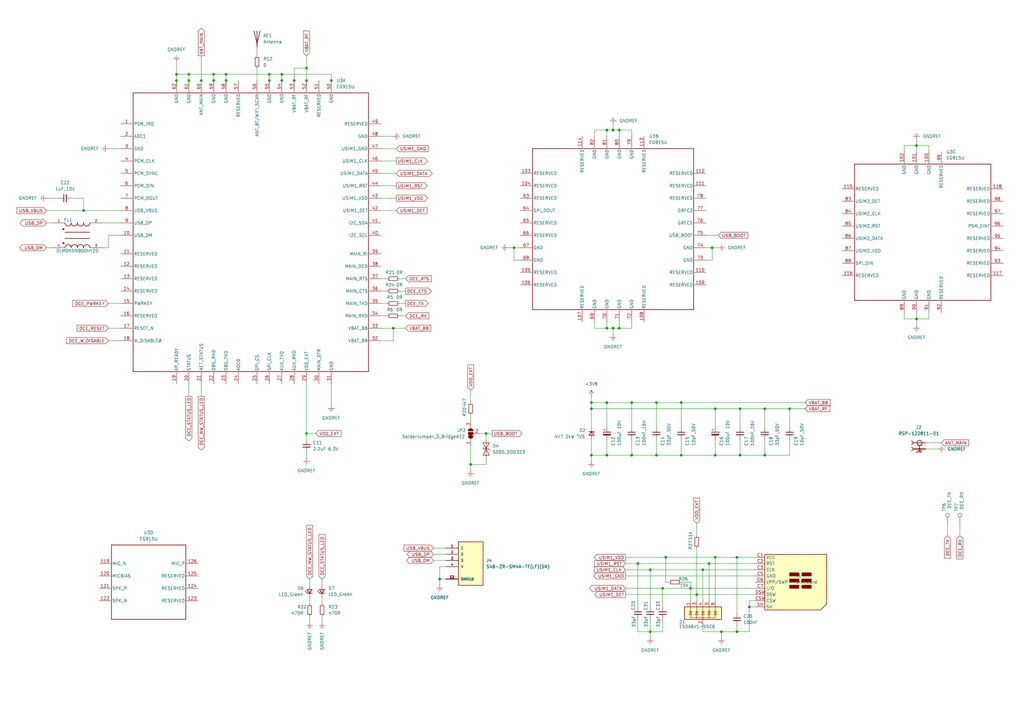
<source format=kicad_sch>
(kicad_sch (version 20211123) (generator eeschema)
  (paper "A3")
  (lib_symbols
    (symbol "Connector:JAE_SIM_Card_SF72S006"
      (property "Reference" "J" (at 5.08 12.7 0))
      (property "Value" "JAE_SIM_Card_SF72S006" (at 30.48 12.7 0))
      (symbol "JAE_SIM_Card_SF72S006_1_1"
        (pin power_in line (at 0 10.16 0) (length 3.81) (name "VCC") (number "C1"))
        (pin input line (at 0 7.62 0) (length 3.81) (name "RST") (number "C2"))
        (pin input line (at 0 5.08 0) (length 3.81) (name "CLK") (number "C3"))
        (pin power_in line (at 0 2.54 0) (length 3.81) (name "GND") (number "C5"))
        (pin bidirectional line (at 0 0 0) (length 3.81) (name "VPP/SWP") (number "C6"))
        (pin bidirectional line (at 0 -2.54 0) (length 3.81) (name "I/O") (number "C7"))
        (pin passive line (at 0 -7.62 0) (length 3.81) (name "CSW") (number "CSW"))
        (pin passive line (at 0 -5.08 0) (length 3.81) (name "DSW") (number "DSW"))
        (pin passive line (at 0 -10.16 0) (length 3.81) (name "SH") (number "SH"))
      )
    )
    (symbol "Connector:TestPoint" (pin_numbers hide) (pin_names (offset 0.762) hide)
      (property "Reference" "TP" (at 0 6.858 0))
      (property "Value" "TestPoint" (at 0 5.08 0))
      (symbol "TestPoint_1_1"
        (pin passive line (at 0 0 90) (length 2.54) (name "1") (number "1"))
      )
    )
    (symbol "DLM0NSN900HY2D:DLM0NSN900HY2D" (pin_names (offset 1.016) hide)
      (property "Reference" "FL" (at -5.08 6.35 0))
      (property "Value" "DLM0NSN900HY2D" (at -5.08 -6.35 0))
      (symbol "DLM0NSN900HY2D_0_0"
        (pin passive line (at -10.16 5.08 0) (length 5.08) (name "~") (number "1"))
        (pin passive line (at 10.16 5.08 180) (length 5.08) (name "~") (number "2"))
        (pin passive line (at 10.16 -5.08 180) (length 5.08) (name "~") (number "3"))
        (pin passive line (at -10.16 -5.08 0) (length 5.08) (name "~") (number "4"))
      )
    )
    (symbol "Device:Antenna" (pin_numbers hide) (pin_names (offset 1.016) hide)
      (property "Reference" "AE" (at -1.905 1.905 0))
      (property "Value" "Antenna" (at -1.905 0 0))
      (symbol "Antenna_1_1"
        (pin input line (at 0 -5.08 90) (length 2.54) (name "A") (number "1"))
      )
    )
    (symbol "Device:C_Polarized_Small" (pin_numbers hide) (pin_names (offset 0.254) hide)
      (property "Reference" "C" (at 0.254 1.778 0))
      (property "Value" "C_Polarized_Small" (at 0.254 -2.032 0))
      (symbol "C_Polarized_Small_1_1"
        (pin passive line (at 0 2.54 270) (length 1.8542) (name "~") (number "1"))
        (pin passive line (at 0 -2.54 90) (length 1.8542) (name "~") (number "2"))
      )
    )
    (symbol "Device:C_Small" (pin_numbers hide) (pin_names (offset 0.254) hide)
      (property "Reference" "C" (at 0.254 1.778 0))
      (property "Value" "C_Small" (at 0.254 -2.032 0))
      (symbol "C_Small_1_1"
        (pin passive line (at 0 2.54 270) (length 2.032) (name "~") (number "1"))
        (pin passive line (at 0 -2.54 90) (length 2.032) (name "~") (number "2"))
      )
    )
    (symbol "Device:D_Zener_Small" (pin_numbers hide) (pin_names (offset 0.254) hide)
      (property "Reference" "D" (at 0 2.286 0))
      (property "Value" "D_Zener_Small" (at 0 -2.286 0))
      (symbol "D_Zener_Small_1_1"
        (pin passive line (at -2.54 0 0) (length 1.778) (name "K") (number "1"))
        (pin passive line (at 2.54 0 180) (length 1.778) (name "A") (number "2"))
      )
    )
    (symbol "Device:LED_Small" (pin_numbers hide) (pin_names (offset 0.254) hide)
      (property "Reference" "D" (at -1.27 3.175 0))
      (property "Value" "LED_Small" (at -4.445 -2.54 0))
      (symbol "LED_Small_1_1"
        (pin passive line (at -2.54 0 0) (length 1.778) (name "K") (number "1"))
        (pin passive line (at 2.54 0 180) (length 1.778) (name "A") (number "2"))
      )
    )
    (symbol "Device:R_Small" (pin_numbers hide) (pin_names (offset 0.254) hide)
      (property "Reference" "R" (at 0.762 0.508 0))
      (property "Value" "R_Small" (at 0.762 -1.016 0))
      (symbol "R_Small_1_1"
        (pin passive line (at 0 2.54 270) (length 0.762) (name "~") (number "1"))
        (pin passive line (at 0 -2.54 90) (length 0.762) (name "~") (number "2"))
      )
    )
    (symbol "Diode:SD05_SOD323" (pin_numbers hide) (pin_names (offset 1.016) hide)
      (property "Reference" "D" (at 0 2.54 0))
      (property "Value" "SD05_SOD323" (at 0 -2.54 0))
      (symbol "SD05_SOD323_1_1"
        (pin passive line (at -3.81 0 0) (length 2.54) (name "A1") (number "1"))
        (pin passive line (at 3.81 0 180) (length 2.54) (name "A2") (number "2"))
      )
    )
    (symbol "Jumper:SolderJumper_3_Bridged12" (pin_names (offset 0) hide)
      (property "Reference" "JP" (at -2.54 -2.54 0))
      (property "Value" "SolderJumper_3_Bridged12" (at 0 2.794 0))
      (symbol "SolderJumper_3_Bridged12_1_1"
        (pin passive line (at -5.08 0 0) (length 2.54) (name "A") (number "1"))
        (pin passive line (at 0 -3.81 90) (length 2.54) (name "C") (number "2"))
        (pin passive line (at 5.08 0 180) (length 2.54) (name "B") (number "3"))
      )
    )
    (symbol "Power_Protection:ESDA6V1-5SC6" (pin_names hide)
      (property "Reference" "D" (at -5.08 -3.81 0))
      (property "Value" "ESDA6V1-5SC6" (at 2.54 -3.81 0))
      (symbol "ESDA6V1-5SC6_0_0"
        (pin passive line (at 0 -5.08 90) (length 2.54) (name "GND") (number "2"))
      )
      (symbol "ESDA6V1-5SC6_1_1"
        (pin passive line (at -5.08 5.08 270) (length 2.54) (name "IO1") (number "1"))
        (pin passive line (at -2.54 5.08 270) (length 2.54) (name "IO2") (number "3"))
        (pin passive line (at 0 5.08 270) (length 2.54) (name "IO3") (number "4"))
        (pin passive line (at 2.54 5.08 270) (length 2.54) (name "IO4") (number "5"))
        (pin passive line (at 5.08 5.08 270) (length 2.54) (name "IO5") (number "6"))
      )
    )
    (symbol "S4B-ZR-SM4A-TF_LF__SN_:S4B-ZR-SM4A-TF(LF)(SN)" (pin_names (offset 1.016))
      (property "Reference" "J" (at -5.08 10.8204 0))
      (property "Value" "S4B-ZR-SM4A-TF(LF)(SN)" (at -5.08 -10.1854 0))
      (symbol "S4B-ZR-SM4A-TF(LF)(SN)_0_0"
        (pin passive line (at -10.16 7.62 0) (length 5.08) (name "1") (number "1"))
        (pin passive line (at -10.16 5.08 0) (length 5.08) (name "2") (number "2"))
        (pin passive line (at -10.16 2.54 0) (length 5.08) (name "3") (number "3"))
        (pin passive line (at -10.16 0 0) (length 5.08) (name "4") (number "4"))
        (pin passive line (at -10.16 -5.08 0) (length 5.08) (name "SHIELD") (number "S1"))
        (pin passive line (at -10.16 -5.08 0) (length 5.08) (name "SHIELD") (number "S2"))
      )
    )
    (symbol "Samtec:RSP-122811-01" (pin_numbers hide) (pin_names (offset 1.016) hide)
      (property "Reference" "J" (at -3.81 4.064 0))
      (property "Value" "RSP-122811-01" (at -4.064 -4.318 0))
      (symbol "RSP-122811-01_0_0"
        (pin passive line (at 2.54 2.54 180) (length 5.08) (name "~") (number "1"))
        (pin passive line (at 2.54 0 180) (length 5.08) (name "~") (number "G1"))
        (pin passive line (at 2.54 0 180) (length 5.08) (name "~") (number "G2"))
      )
    )
    (symbol "common-mainboard-altium-import:0_EG915U"
      (property "Value" "0_EG915U" (at 0 0 0))
      (symbol "0_EG915U_1_0"
        (pin passive line (at -53.34 43.18 0) (length 4.826) (name "PSM_IND") (number "1"))
        (pin passive line (at -53.34 -2.54 0) (length 4.826) (name "USB_DM") (number "10"))
        (pin passive line (at -53.34 -10.16 0) (length 4.826) (name "RESERVED") (number "11"))
        (pin passive line (at -53.34 -15.24 0) (length 4.826) (name "RESERVED") (number "12"))
        (pin passive line (at -53.34 -20.32 0) (length 4.826) (name "RESERVED") (number "13"))
        (pin passive line (at -53.34 -25.4 0) (length 4.826) (name "RESERVED") (number "14"))
        (pin passive line (at -53.34 -30.48 0) (length 4.826) (name "PWRKEY") (number "15"))
        (pin passive line (at -53.34 -35.56 0) (length 4.826) (name "RESERVED") (number "16"))
        (pin passive line (at -53.34 -40.64 0) (length 4.826) (name "RESET_N") (number "17"))
        (pin passive line (at -53.34 -45.72 0) (length 4.826) (name "W_DISABLE#") (number "18"))
        (pin passive line (at -30.48 -63.5 90) (length 4.826) (name "AP_READY") (number "19"))
        (pin passive line (at -53.34 38.1 0) (length 4.826) (name "ADC1") (number "2"))
        (pin passive line (at -25.4 -63.5 90) (length 4.826) (name "STATUS") (number "20"))
        (pin passive line (at -20.32 -63.5 90) (length 4.826) (name "NET_STATUS") (number "21"))
        (pin passive line (at -15.24 -63.5 90) (length 4.826) (name "DBG_RXD") (number "22"))
        (pin passive line (at -10.16 -63.5 90) (length 4.826) (name "DBG_TXD") (number "23"))
        (pin passive line (at -5.08 -63.5 90) (length 4.826) (name "ADC0") (number "24"))
        (pin passive line (at 2.54 -63.5 90) (length 4.826) (name "SPI_CS") (number "25"))
        (pin passive line (at 7.62 -63.5 90) (length 4.826) (name "SPI_CLK") (number "26"))
        (pin passive line (at 12.7 -63.5 90) (length 4.826) (name "AUX_TXD") (number "27"))
        (pin passive line (at 17.78 -63.5 90) (length 4.826) (name "AUX_RXD") (number "28"))
        (pin passive line (at 22.86 -63.5 90) (length 4.826) (name "VDD_EXT") (number "29"))
        (pin passive line (at -53.34 33.02 0) (length 4.826) (name "GND") (number "3"))
        (pin passive line (at 27.94 -63.5 90) (length 4.826) (name "MAIN_DTR") (number "30"))
        (pin passive line (at 33.02 -63.5 90) (length 4.826) (name "GND") (number "31"))
        (pin passive line (at 53.34 -45.72 180) (length 4.826) (name "VBAT_BB") (number "32"))
        (pin passive line (at 53.34 -40.64 180) (length 4.826) (name "VBAT_BB") (number "33"))
        (pin passive line (at 53.34 -35.56 180) (length 4.826) (name "MAIN_RXD") (number "34"))
        (pin passive line (at 53.34 -30.48 180) (length 4.826) (name "MAIN_TXD") (number "35"))
        (pin passive line (at 53.34 -25.4 180) (length 4.826) (name "MAIN_CTS") (number "36"))
        (pin passive line (at 53.34 -20.32 180) (length 4.826) (name "MAIN_RTS") (number "37"))
        (pin passive line (at 53.34 -15.24 180) (length 4.826) (name "MAIN_DCD") (number "38"))
        (pin passive line (at 53.34 -10.16 180) (length 4.826) (name "MAIN_RI") (number "39"))
        (pin passive line (at -53.34 27.94 0) (length 4.826) (name "PCM_CLK") (number "4"))
        (pin passive line (at 53.34 -2.54 180) (length 4.826) (name "I2C_SCL") (number "40"))
        (pin passive line (at 53.34 2.54 180) (length 4.826) (name "I2C_SDA") (number "41"))
        (pin passive line (at 53.34 7.62 180) (length 4.826) (name "USIM1_DET") (number "42"))
        (pin passive line (at 53.34 12.7 180) (length 4.826) (name "USIM1_VDD") (number "43"))
        (pin passive line (at 53.34 17.78 180) (length 4.826) (name "USIM1_RST") (number "44"))
        (pin passive line (at 53.34 22.86 180) (length 4.826) (name "USIM1_DATA") (number "45"))
        (pin passive line (at 53.34 27.94 180) (length 4.826) (name "USIM1_CLK") (number "46"))
        (pin passive line (at 53.34 33.02 180) (length 4.826) (name "USIM1_GND") (number "47"))
        (pin passive line (at 53.34 38.1 180) (length 4.826) (name "GND") (number "48"))
        (pin passive line (at 53.34 43.18 180) (length 4.826) (name "RESERVED") (number "49"))
        (pin passive line (at -53.34 22.86 0) (length 4.826) (name "PCM_SYNC") (number "5"))
        (pin passive line (at 33.02 60.96 270) (length 4.826) (name "GND") (number "50"))
        (pin passive line (at 27.94 60.96 270) (length 4.826) (name "RESERVED") (number "51"))
        (pin passive line (at 22.86 60.96 270) (length 4.826) (name "VBAT_RF") (number "52"))
        (pin passive line (at 17.78 60.96 270) (length 4.826) (name "VBAT_RF") (number "53"))
        (pin passive line (at 12.7 60.96 270) (length 4.826) (name "GND") (number "54"))
        (pin passive line (at 7.62 60.96 270) (length 4.826) (name "GND") (number "55"))
        (pin passive line (at 2.54 60.96 270) (length 4.826) (name "ANT_BT/WIFI_SCAN") (number "56"))
        (pin passive line (at -5.08 60.96 270) (length 4.826) (name "RESERVED") (number "57"))
        (pin passive line (at -10.16 60.96 270) (length 4.826) (name "GND") (number "58"))
        (pin passive line (at -15.24 60.96 270) (length 4.826) (name "GND") (number "59"))
        (pin passive line (at -53.34 17.78 0) (length 4.826) (name "PCM_DIN") (number "6"))
        (pin passive line (at -20.32 60.96 270) (length 4.826) (name "ANT_MAIN") (number "60"))
        (pin passive line (at -25.4 60.96 270) (length 4.826) (name "GND") (number "61"))
        (pin passive line (at -30.48 60.96 270) (length 4.826) (name "GND") (number "62"))
        (pin passive line (at -53.34 12.7 0) (length 4.826) (name "PCM_DOUT") (number "7"))
        (pin passive line (at -53.34 7.62 0) (length 4.826) (name "USB_VBUS") (number "8"))
        (pin passive line (at -53.34 2.54 0) (length 4.826) (name "USB_DP") (number "9"))
      )
      (symbol "0_EG915U_2_0"
        (pin passive line (at -38.1 22.86 0) (length 4.826) (name "RESERVED") (number "103"))
        (pin passive line (at -38.1 17.78 0) (length 4.826) (name "RESERVED") (number "104"))
        (pin passive line (at -38.1 -17.78 0) (length 4.826) (name "RESERVED") (number "105"))
        (pin passive line (at -38.1 -22.86 0) (length 4.826) (name "RESERVED") (number "106"))
        (pin passive line (at -12.7 -38.1 90) (length 4.826) (name "RESERVED") (number "107"))
        (pin passive line (at 12.7 -38.1 90) (length 4.826) (name "RESERVED") (number "108"))
        (pin passive line (at 38.1 -22.86 180) (length 4.826) (name "RESERVED") (number "109"))
        (pin passive line (at 38.1 -17.78 180) (length 4.826) (name "RESERVED") (number "110"))
        (pin passive line (at 38.1 17.78 180) (length 4.826) (name "RESERVED") (number "111"))
        (pin passive line (at 38.1 22.86 180) (length 4.826) (name "RESERVED") (number "112"))
        (pin passive line (at 12.7 38.1 270) (length 4.826) (name "RESERVED") (number "113"))
        (pin passive line (at -12.7 38.1 270) (length 4.826) (name "RESERVED") (number "114"))
        (pin passive line (at -38.1 12.7 0) (length 4.826) (name "RESERVED") (number "63"))
        (pin passive line (at -38.1 7.62 0) (length 4.826) (name "SPI_DOUT") (number "64"))
        (pin passive line (at -38.1 2.54 0) (length 4.826) (name "RESERVED") (number "65"))
        (pin passive line (at -38.1 -2.54 0) (length 4.826) (name "RESERVED") (number "66"))
        (pin passive line (at -38.1 -7.62 0) (length 4.826) (name "GND") (number "67"))
        (pin passive line (at -38.1 -12.7 0) (length 4.826) (name "GND") (number "68"))
        (pin passive line (at -7.62 -38.1 90) (length 4.826) (name "GND") (number "69"))
        (pin passive line (at -2.54 -38.1 90) (length 4.826) (name "GND") (number "70"))
        (pin passive line (at 2.54 -38.1 90) (length 4.826) (name "GND") (number "71"))
        (pin passive line (at 7.62 -38.1 90) (length 4.826) (name "GND") (number "72"))
        (pin passive line (at 38.1 -12.7 180) (length 4.826) (name "GND") (number "73"))
        (pin passive line (at 38.1 -7.62 180) (length 4.826) (name "GND") (number "74"))
        (pin passive line (at 38.1 -2.54 180) (length 4.826) (name "USB_BOOT") (number "75"))
        (pin passive line (at 38.1 2.54 180) (length 4.826) (name "GRFC1") (number "76"))
        (pin passive line (at 38.1 7.62 180) (length 4.826) (name "GRFC2") (number "77"))
        (pin passive line (at 38.1 12.7 180) (length 4.826) (name "RESERVED") (number "78"))
        (pin passive line (at 7.62 38.1 270) (length 4.826) (name "GND") (number "79"))
        (pin passive line (at 2.54 38.1 270) (length 4.826) (name "GND") (number "80"))
        (pin passive line (at -2.54 38.1 270) (length 4.826) (name "GND") (number "81"))
        (pin passive line (at -7.62 38.1 270) (length 4.826) (name "GND") (number "82"))
      )
      (symbol "0_EG915U_3_0"
        (pin passive line (at 2.54 33.02 270) (length 4.826) (name "GND") (number "100"))
        (pin passive line (at -2.54 33.02 270) (length 4.826) (name "GND") (number "101"))
        (pin passive line (at -7.62 33.02 270) (length 4.826) (name "GND") (number "102"))
        (pin passive line (at -33.02 17.78 0) (length 4.826) (name "RESERVED") (number "115"))
        (pin passive line (at -33.02 -17.78 0) (length 4.826) (name "RESERVED") (number "116"))
        (pin passive line (at 33.02 -17.78 180) (length 4.826) (name "RESERVED") (number "117"))
        (pin passive line (at 33.02 17.78 180) (length 4.826) (name "RESERVED") (number "118"))
        (pin passive line (at -33.02 12.7 0) (length 4.826) (name "USIM2_DET") (number "83"))
        (pin passive line (at -33.02 7.62 0) (length 4.826) (name "USIM2_CLK") (number "84"))
        (pin passive line (at -33.02 2.54 0) (length 4.826) (name "USIM2_RST") (number "85"))
        (pin passive line (at -33.02 -2.54 0) (length 4.826) (name "USIM2_DATA") (number "86"))
        (pin passive line (at -33.02 -7.62 0) (length 4.826) (name "USIM2_VDD") (number "87"))
        (pin passive line (at -33.02 -12.7 0) (length 4.826) (name "SPI_DIN") (number "88"))
        (pin passive line (at -7.62 -33.02 90) (length 4.826) (name "GND") (number "89"))
        (pin passive line (at -2.54 -33.02 90) (length 4.826) (name "GND") (number "90"))
        (pin passive line (at 2.54 -33.02 90) (length 4.826) (name "GND") (number "91"))
        (pin passive line (at 7.62 -33.02 90) (length 4.826) (name "RESERVED") (number "92"))
        (pin passive line (at 33.02 -12.7 180) (length 4.826) (name "RESERVED") (number "93"))
        (pin passive line (at 33.02 -7.62 180) (length 4.826) (name "RESERVED") (number "94"))
        (pin passive line (at 33.02 -2.54 180) (length 4.826) (name "RESERVED") (number "95"))
        (pin passive line (at 33.02 2.54 180) (length 4.826) (name "PSM_EINT") (number "96"))
        (pin passive line (at 33.02 7.62 180) (length 4.826) (name "RESERVED") (number "97"))
        (pin passive line (at 33.02 12.7 180) (length 4.826) (name "RESERVED") (number "98"))
        (pin passive line (at 7.62 33.02 270) (length 4.826) (name "RESERVED") (number "99"))
      )
      (symbol "0_EG915U_4_0"
        (pin passive line (at -20.32 7.62 0) (length 4.826) (name "MIC_N") (number "119"))
        (pin passive line (at -20.32 2.54 0) (length 4.826) (name "MICBIAS") (number "120"))
        (pin passive line (at -20.32 -2.54 0) (length 4.826) (name "SPK_P") (number "121"))
        (pin passive line (at -20.32 -7.62 0) (length 4.826) (name "SPK_N") (number "122"))
        (pin passive line (at 20.32 -7.62 180) (length 4.826) (name "RESERVED") (number "123"))
        (pin passive line (at 20.32 -2.54 180) (length 4.826) (name "RESERVED") (number "124"))
        (pin passive line (at 20.32 2.54 180) (length 4.826) (name "RESERVED") (number "125"))
        (pin passive line (at 20.32 7.62 180) (length 4.826) (name "MIC_P") (number "126"))
      )
    )
    (symbol "power:+3V8" (power) (pin_names (offset 0))
      (property "Value" "+3V8" (at 0 3.556 0))
      (symbol "+3V8_1_1"
        (pin power_in line (at 0 0 90) (length 0) hide (name "+3V8") (number "1"))
      )
    )
    (symbol "power:GNDREF" (power) (pin_names (offset 0))
      (property "Value" "GNDREF" (at 0 -3.81 0))
      (symbol "GNDREF_1_1"
        (pin power_in line (at 0 0 270) (length 0) hide (name "GNDREF") (number "1"))
      )
    )
  )
  (junction (at 279.4 186.69))
  (junction (at 72.39 30.48))
  (junction (at 251.46 53.34))
  (junction (at 303.53 167.64))
  (junction (at 313.69 186.69))
  (junction (at 271.78 241.3))
  (junction (at 269.24 186.69))
  (junction (at 77.47 33.02))
  (junction (at 87.63 30.48))
  (junction (at 293.37 228.6))
  (junction (at 242.57 167.64))
  (junction (at 254 134.62))
  (junction (at 110.49 30.48))
  (junction (at 292.1 101.6))
  (junction (at 302.26 259.08))
  (junction (at 269.24 165.1))
  (junction (at 110.49 33.02))
  (junction (at 273.05 228.6))
  (junction (at 293.37 167.64))
  (junction (at 115.57 33.02))
  (junction (at 125.73 177.8))
  (junction (at 193.04 190.5))
  (junction (at 82.55 33.02))
  (junction (at 266.7 259.08))
  (junction (at 248.92 134.62))
  (junction (at 254 53.34))
  (junction (at 259.08 165.1))
  (junction (at 259.08 186.69))
  (junction (at 375.92 59.69))
  (junction (at 290.83 231.14))
  (junction (at 303.53 186.69))
  (junction (at 302.26 228.6))
  (junction (at 261.62 231.14))
  (junction (at 180.34 237.49))
  (junction (at 307.34 248.92))
  (junction (at 72.39 33.02))
  (junction (at 120.65 33.02))
  (junction (at 288.29 233.68))
  (junction (at 125.73 33.02))
  (junction (at 251.46 134.62))
  (junction (at 285.75 243.84))
  (junction (at 279.4 165.1))
  (junction (at 283.21 241.3))
  (junction (at 313.69 167.64))
  (junction (at 323.85 167.64))
  (junction (at 92.71 33.02))
  (junction (at 161.29 134.62))
  (junction (at 293.37 186.69))
  (junction (at 242.57 165.1))
  (junction (at 266.7 233.68))
  (junction (at 295.91 259.08))
  (junction (at 34.29 86.36))
  (junction (at 248.92 165.1))
  (junction (at 92.71 30.48))
  (junction (at 375.92 130.81))
  (junction (at 210.82 101.6))
  (junction (at 77.47 30.48))
  (junction (at 242.57 186.69))
  (junction (at 125.73 27.94))
  (junction (at 115.57 30.48))
  (junction (at 248.92 53.34))
  (junction (at 248.92 186.69))
  (junction (at 87.63 33.02))
  (junction (at 199.39 177.8))
  (junction (at 135.89 33.02))
  (wire (pts (xy 269.24 180.34) (xy 269.24 186.69)))
  (wire (pts (xy 125.73 177.8) (xy 129.54 177.8)))
  (wire (pts (xy 293.37 180.34) (xy 293.37 186.69)))
  (wire (pts (xy 242.57 180.34) (xy 242.57 186.69)))
  (wire (pts (xy 135.89 33.02) (xy 135.89 30.48)))
  (wire (pts (xy 248.92 180.34) (xy 248.92 186.69)))
  (wire (pts (xy 199.39 187.96) (xy 199.39 190.5)))
  (wire (pts (xy 127 252.73) (xy 127 255.27)))
  (wire (pts (xy 242.57 167.64) (xy 242.57 175.26)))
  (wire (pts (xy 19.05 91.44) (xy 21.59 91.44)))
  (wire (pts (xy 156.21 55.88) (xy 161.29 55.88)))
  (wire (pts (xy 279.4 186.69) (xy 293.37 186.69)))
  (wire (pts (xy 132.08 237.49) (xy 132.08 240.03)))
  (wire (pts (xy 115.57 35.56) (xy 115.57 33.02)))
  (wire (pts (xy 199.39 177.8) (xy 199.39 180.34)))
  (wire (pts (xy 163.83 129.54) (xy 166.37 129.54)))
  (wire (pts (xy 125.73 185.42) (xy 125.73 187.96)))
  (wire (pts (xy 303.53 167.64) (xy 303.53 175.26)))
  (wire (pts (xy 259.08 165.1) (xy 269.24 165.1)))
  (wire (pts (xy 242.57 186.69) (xy 242.57 189.23)))
  (wire (pts (xy 248.92 132.08) (xy 248.92 134.62)))
  (wire (pts (xy 283.21 241.3) (xy 283.21 246.38)))
  (wire (pts (xy 273.05 228.6) (xy 293.37 228.6)))
  (wire (pts (xy 132.08 245.11) (xy 132.08 247.65)))
  (wire (pts (xy 266.7 254) (xy 266.7 259.08)))
  (wire (pts (xy 92.71 35.56) (xy 92.71 33.02)))
  (wire (pts (xy 302.26 228.6) (xy 302.26 251.46)))
  (wire (pts (xy 370.84 128.27) (xy 370.84 130.81)))
  (wire (pts (xy 302.26 256.54) (xy 302.26 259.08)))
  (wire (pts (xy 370.84 130.81) (xy 375.92 130.81)))
  (wire (pts (xy 77.47 30.48) (xy 77.47 33.02)))
  (wire (pts (xy 34.29 86.36) (xy 49.53 86.36)))
  (wire (pts (xy 256.54 241.3) (xy 271.78 241.3)))
  (wire (pts (xy 256.54 243.84) (xy 285.75 243.84)))
  (wire (pts (xy 208.28 101.6) (xy 210.82 101.6)))
  (wire (pts (xy 388.62 214.63) (xy 388.62 219.71)))
  (wire (pts (xy 323.85 180.34) (xy 323.85 186.69)))
  (wire (pts (xy 303.53 180.34) (xy 303.53 186.69)))
  (wire (pts (xy 243.84 55.88) (xy 243.84 53.34)))
  (wire (pts (xy 279.4 165.1) (xy 279.4 175.26)))
  (wire (pts (xy 261.62 259.08) (xy 266.7 259.08)))
  (wire (pts (xy 87.63 30.48) (xy 87.63 33.02)))
  (wire (pts (xy 44.45 96.52) (xy 44.45 101.6)))
  (wire (pts (xy 259.08 186.69) (xy 269.24 186.69)))
  (wire (pts (xy 177.8 229.87) (xy 182.88 229.87)))
  (wire (pts (xy 243.84 132.08) (xy 243.84 134.62)))
  (wire (pts (xy 293.37 167.64) (xy 293.37 175.26)))
  (wire (pts (xy 269.24 165.1) (xy 279.4 165.1)))
  (wire (pts (xy 289.56 101.6) (xy 292.1 101.6)))
  (wire (pts (xy 243.84 53.34) (xy 248.92 53.34)))
  (wire (pts (xy 120.65 27.94) (xy 125.73 27.94)))
  (wire (pts (xy 242.57 162.56) (xy 242.57 165.1)))
  (wire (pts (xy 292.1 106.68) (xy 292.1 101.6)))
  (wire (pts (xy 163.83 114.3) (xy 166.37 114.3)))
  (wire (pts (xy 303.53 186.69) (xy 313.69 186.69)))
  (wire (pts (xy 266.7 259.08) (xy 271.78 259.08)))
  (wire (pts (xy 293.37 228.6) (xy 302.26 228.6)))
  (wire (pts (xy 156.21 76.2) (xy 162.56 76.2)))
  (wire (pts (xy 269.24 186.69) (xy 279.4 186.69)))
  (wire (pts (xy 290.83 231.14) (xy 309.88 231.14)))
  (wire (pts (xy 288.29 256.54) (xy 288.29 259.08)))
  (wire (pts (xy 92.71 30.48) (xy 92.71 33.02)))
  (wire (pts (xy 180.34 237.49) (xy 180.34 240.03)))
  (wire (pts (xy 313.69 186.69) (xy 323.85 186.69)))
  (wire (pts (xy 41.91 91.44) (xy 49.53 91.44)))
  (wire (pts (xy 72.39 30.48) (xy 72.39 33.02)))
  (wire (pts (xy 156.21 60.96) (xy 162.56 60.96)))
  (wire (pts (xy 381 62.23) (xy 381 59.69)))
  (wire (pts (xy 302.26 228.6) (xy 309.88 228.6)))
  (wire (pts (xy 87.63 35.56) (xy 87.63 33.02)))
  (wire (pts (xy 161.29 134.62) (xy 166.37 134.62)))
  (wire (pts (xy 156.21 129.54) (xy 158.75 129.54)))
  (wire (pts (xy 156.21 124.46) (xy 158.75 124.46)))
  (wire (pts (xy 44.45 60.96) (xy 49.53 60.96)))
  (wire (pts (xy 77.47 157.48) (xy 77.47 162.56)))
  (wire (pts (xy 279.4 238.76) (xy 283.21 238.76)))
  (wire (pts (xy 261.62 254) (xy 261.62 259.08)))
  (wire (pts (xy 193.04 160.02) (xy 193.04 165.1)))
  (wire (pts (xy 193.04 182.88) (xy 193.04 190.5)))
  (wire (pts (xy 248.92 165.1) (xy 248.92 175.26)))
  (wire (pts (xy 259.08 180.34) (xy 259.08 186.69)))
  (wire (pts (xy 288.29 233.68) (xy 309.88 233.68)))
  (wire (pts (xy 125.73 27.94) (xy 125.73 33.02)))
  (wire (pts (xy 72.39 35.56) (xy 72.39 33.02)))
  (wire (pts (xy 271.78 241.3) (xy 283.21 241.3)))
  (wire (pts (xy 125.73 177.8) (xy 125.73 180.34)))
  (wire (pts (xy 120.65 33.02) (xy 120.65 27.94)))
  (wire (pts (xy 248.92 165.1) (xy 259.08 165.1)))
  (wire (pts (xy 125.73 22.86) (xy 125.73 27.94)))
  (wire (pts (xy 259.08 134.62) (xy 259.08 132.08)))
  (wire (pts (xy 370.84 59.69) (xy 370.84 62.23)))
  (wire (pts (xy 177.8 227.33) (xy 182.88 227.33)))
  (wire (pts (xy 375.92 130.81) (xy 375.92 133.35)))
  (wire (pts (xy 307.34 248.92) (xy 307.34 259.08)))
  (wire (pts (xy 295.91 259.08) (xy 295.91 261.62)))
  (wire (pts (xy 44.45 139.7) (xy 49.53 139.7)))
  (wire (pts (xy 289.56 106.68) (xy 292.1 106.68)))
  (wire (pts (xy 135.89 35.56) (xy 135.89 33.02)))
  (wire (pts (xy 44.45 134.62) (xy 49.53 134.62)))
  (wire (pts (xy 193.04 170.18) (xy 193.04 172.72)))
  (wire (pts (xy 19.05 86.36) (xy 34.29 86.36)))
  (wire (pts (xy 254 53.34) (xy 259.08 53.34)))
  (wire (pts (xy 288.29 259.08) (xy 295.91 259.08)))
  (wire (pts (xy 210.82 101.6) (xy 213.36 101.6)))
  (wire (pts (xy 77.47 35.56) (xy 77.47 33.02)))
  (wire (pts (xy 261.62 231.14) (xy 261.62 248.92)))
  (wire (pts (xy 115.57 30.48) (xy 135.89 30.48)))
  (wire (pts (xy 115.57 30.48) (xy 115.57 33.02)))
  (wire (pts (xy 19.05 81.28) (xy 24.13 81.28)))
  (wire (pts (xy 163.83 124.46) (xy 166.37 124.46)))
  (wire (pts (xy 105.41 27.94) (xy 105.41 33.02)))
  (wire (pts (xy 127 245.11) (xy 127 247.65)))
  (wire (pts (xy 279.4 180.34) (xy 279.4 186.69)))
  (wire (pts (xy 256.54 236.22) (xy 309.88 236.22)))
  (wire (pts (xy 92.71 30.48) (xy 110.49 30.48)))
  (wire (pts (xy 323.85 167.64) (xy 330.2 167.64)))
  (wire (pts (xy 293.37 228.6) (xy 293.37 246.38)))
  (wire (pts (xy 251.46 134.62) (xy 251.46 137.16)))
  (wire (pts (xy 125.73 35.56) (xy 125.73 33.02)))
  (wire (pts (xy 248.92 134.62) (xy 251.46 134.62)))
  (wire (pts (xy 110.49 30.48) (xy 110.49 33.02)))
  (wire (pts (xy 110.49 30.48) (xy 115.57 30.48)))
  (wire (pts (xy 156.21 66.04) (xy 162.56 66.04)))
  (wire (pts (xy 379.73 184.15) (xy 384.81 184.15)))
  (wire (pts (xy 271.78 254) (xy 271.78 259.08)))
  (wire (pts (xy 77.47 30.48) (xy 87.63 30.48)))
  (wire (pts (xy 375.92 59.69) (xy 375.92 62.23)))
  (wire (pts (xy 72.39 25.4) (xy 72.39 30.48)))
  (wire (pts (xy 323.85 167.64) (xy 323.85 175.26)))
  (wire (pts (xy 210.82 101.6) (xy 210.82 106.68)))
  (wire (pts (xy 82.55 157.48) (xy 82.55 162.56)))
  (wire (pts (xy 313.69 167.64) (xy 323.85 167.64)))
  (wire (pts (xy 293.37 186.69) (xy 303.53 186.69)))
  (wire (pts (xy 302.26 259.08) (xy 307.34 259.08)))
  (wire (pts (xy 156.21 71.12) (xy 162.56 71.12)))
  (wire (pts (xy 243.84 134.62) (xy 248.92 134.62)))
  (wire (pts (xy 302.26 259.08) (xy 295.91 259.08)))
  (wire (pts (xy 256.54 233.68) (xy 266.7 233.68)))
  (wire (pts (xy 251.46 53.34) (xy 254 53.34)))
  (wire (pts (xy 177.8 224.79) (xy 182.88 224.79)))
  (wire (pts (xy 19.05 101.6) (xy 21.59 101.6)))
  (wire (pts (xy 87.63 30.48) (xy 92.71 30.48)))
  (wire (pts (xy 248.92 53.34) (xy 248.92 55.88)))
  (wire (pts (xy 163.83 119.38) (xy 166.37 119.38)))
  (wire (pts (xy 379.73 181.61) (xy 386.08 181.61)))
  (wire (pts (xy 288.29 233.68) (xy 288.29 246.38)))
  (wire (pts (xy 279.4 165.1) (xy 330.2 165.1)))
  (wire (pts (xy 180.34 232.41) (xy 180.34 237.49)))
  (wire (pts (xy 127 237.49) (xy 127 240.03)))
  (wire (pts (xy 248.92 186.69) (xy 259.08 186.69)))
  (wire (pts (xy 156.21 134.62) (xy 161.29 134.62)))
  (wire (pts (xy 82.55 22.86) (xy 82.55 33.02)))
  (wire (pts (xy 135.89 157.48) (xy 135.89 166.37)))
  (wire (pts (xy 248.92 53.34) (xy 251.46 53.34)))
  (wire (pts (xy 307.34 246.38) (xy 307.34 248.92)))
  (wire (pts (xy 254 134.62) (xy 259.08 134.62)))
  (wire (pts (xy 49.53 96.52) (xy 44.45 96.52)))
  (wire (pts (xy 375.92 128.27) (xy 375.92 130.81)))
  (wire (pts (xy 251.46 50.8) (xy 251.46 53.34)))
  (wire (pts (xy 110.49 35.56) (xy 110.49 33.02)))
  (wire (pts (xy 180.34 237.49) (xy 182.88 237.49)))
  (wire (pts (xy 156.21 139.7) (xy 161.29 139.7)))
  (wire (pts (xy 156.21 114.3) (xy 158.75 114.3)))
  (wire (pts (xy 393.7 214.63) (xy 393.7 219.71)))
  (wire (pts (xy 156.21 86.36) (xy 162.56 86.36)))
  (wire (pts (xy 307.34 248.92) (xy 309.88 248.92)))
  (wire (pts (xy 256.54 231.14) (xy 261.62 231.14)))
  (wire (pts (xy 120.65 35.56) (xy 120.65 33.02)))
  (wire (pts (xy 182.88 232.41) (xy 180.34 232.41)))
  (wire (pts (xy 285.75 224.79) (xy 285.75 243.84)))
  (wire (pts (xy 34.29 81.28) (xy 34.29 86.36)))
  (wire (pts (xy 375.92 57.15) (xy 375.92 59.69)))
  (wire (pts (xy 132.08 252.73) (xy 132.08 255.27)))
  (wire (pts (xy 125.73 157.48) (xy 125.73 177.8)))
  (wire (pts (xy 293.37 167.64) (xy 303.53 167.64)))
  (wire (pts (xy 269.24 165.1) (xy 269.24 175.26)))
  (wire (pts (xy 256.54 228.6) (xy 273.05 228.6)))
  (wire (pts (xy 156.21 119.38) (xy 158.75 119.38)))
  (wire (pts (xy 254 53.34) (xy 254 55.88)))
  (wire (pts (xy 254 132.08) (xy 254 134.62)))
  (wire (pts (xy 381 128.27) (xy 381 130.81)))
  (wire (pts (xy 251.46 134.62) (xy 254 134.62)))
  (wire (pts (xy 266.7 233.68) (xy 288.29 233.68)))
  (wire (pts (xy 196.85 177.8) (xy 199.39 177.8)))
  (wire (pts (xy 283.21 241.3) (xy 309.88 241.3)))
  (wire (pts (xy 285.75 243.84) (xy 285.75 246.38)))
  (wire (pts (xy 285.75 243.84) (xy 309.88 243.84)))
  (wire (pts (xy 259.08 165.1) (xy 259.08 175.26)))
  (wire (pts (xy 292.1 101.6) (xy 294.64 101.6)))
  (wire (pts (xy 29.21 81.28) (xy 34.29 81.28)))
  (wire (pts (xy 303.53 167.64) (xy 313.69 167.64)))
  (wire (pts (xy 290.83 231.14) (xy 290.83 246.38)))
  (wire (pts (xy 44.45 124.46) (xy 49.53 124.46)))
  (wire (pts (xy 44.45 101.6) (xy 41.91 101.6)))
  (wire (pts (xy 193.04 190.5) (xy 193.04 193.04)))
  (wire (pts (xy 271.78 241.3) (xy 271.78 248.92)))
  (wire (pts (xy 266.7 233.68) (xy 266.7 248.92)))
  (wire (pts (xy 313.69 180.34) (xy 313.69 186.69)))
  (wire (pts (xy 285.75 214.63) (xy 285.75 219.71)))
  (wire (pts (xy 283.21 238.76) (xy 283.21 241.3)))
  (wire (pts (xy 161.29 139.7) (xy 161.29 134.62)))
  (wire (pts (xy 259.08 53.34) (xy 259.08 55.88)))
  (wire (pts (xy 156.21 81.28) (xy 162.56 81.28)))
  (wire (pts (xy 72.39 30.48) (xy 77.47 30.48)))
  (wire (pts (xy 309.88 246.38) (xy 307.34 246.38)))
  (wire (pts (xy 273.05 228.6) (xy 273.05 238.76)))
  (wire (pts (xy 381 130.81) (xy 375.92 130.81)))
  (wire (pts (xy 313.69 167.64) (xy 313.69 175.26)))
  (wire (pts (xy 381 59.69) (xy 375.92 59.69)))
  (wire (pts (xy 242.57 165.1) (xy 242.57 167.64)))
  (wire (pts (xy 289.56 96.52) (xy 294.64 96.52)))
  (wire (pts (xy 213.36 106.68) (xy 210.82 106.68)))
  (wire (pts (xy 266.7 259.08) (xy 266.7 261.62)))
  (wire (pts (xy 82.55 35.56) (xy 82.55 33.02)))
  (wire (pts (xy 199.39 177.8) (xy 201.93 177.8)))
  (wire (pts (xy 274.32 238.76) (xy 273.05 238.76)))
  (wire (pts (xy 375.92 59.69) (xy 370.84 59.69)))
  (wire (pts (xy 242.57 186.69) (xy 248.92 186.69)))
  (wire (pts (xy 261.62 231.14) (xy 290.83 231.14)))
  (wire (pts (xy 105.41 20.32) (xy 105.41 22.86)))
  (wire (pts (xy 242.57 165.1) (xy 248.92 165.1)))
  (wire (pts (xy 193.04 190.5) (xy 199.39 190.5)))
  (wire (pts (xy 242.57 167.64) (xy 293.37 167.64)))
  (global_label "USB_VBUS" (shape input) (at 19.05 86.36 180) (property "Intersheet References" "${INTERSHEET_REFS}" (effects hide)))
  (global_label "USIM1_GND" (shape input) (at 162.56 60.96 0) (property "Intersheet References" "${INTERSHEET_REFS}" (effects hide)))
  (global_label "DCE_TX" (shape input) (at 388.62 219.71 270) (property "Intersheet References" "${INTERSHEET_REFS}" (effects hide)))
  (global_label "USIM1_GND" (shape output) (at 256.54 236.22 180) (property "Intersheet References" "${INTERSHEET_REFS}" (effects hide)))
  (global_label "DCE_RX" (shape input) (at 166.37 129.54 0) (property "Intersheet References" "${INTERSHEET_REFS}" (effects hide)))
  (global_label "DCE_TX" (shape output) (at 166.37 124.46 0) (property "Intersheet References" "${INTERSHEET_REFS}" (effects hide)))
  (global_label "USB_DM" (shape bidirectional) (at 177.8 229.87 180) (property "Intersheet References" "${INTERSHEET_REFS}" (effects hide)))
  (global_label "USIM1_VDD" (shape output) (at 256.54 228.6 180) (property "Intersheet References" "${INTERSHEET_REFS}" (effects hide)))
  (global_label "USB_DP" (shape bidirectional) (at 177.8 227.33 180) (property "Intersheet References" "${INTERSHEET_REFS}" (effects hide)))
  (global_label "USB_BOOT" (shape input) (at 294.64 96.52 0) (property "Intersheet References" "${INTERSHEET_REFS}" (effects hide)))
  (global_label "DCE_STATUS_LED" (shape input) (at 132.08 237.49 90) (property "Intersheet References" "${INTERSHEET_REFS}" (effects hide)))
  (global_label "USIM1_CLK" (shape output) (at 162.56 66.04 0) (property "Intersheet References" "${INTERSHEET_REFS}" (effects hide)))
  (global_label "VBAT_BB" (shape input) (at 166.37 134.62 0) (property "Intersheet References" "${INTERSHEET_REFS}" (effects hide)))
  (global_label "ANT_MAIN" (shape output) (at 82.55 22.86 90) (property "Intersheet References" "${INTERSHEET_REFS}" (effects hide)))
  (global_label "VBAT_RF" (shape input) (at 330.2 167.64 0) (property "Intersheet References" "${INTERSHEET_REFS}" (effects hide)))
  (global_label "DCE_RX" (shape input) (at 393.7 219.71 270) (property "Intersheet References" "${INTERSHEET_REFS}" (effects hide)))
  (global_label "DCE_NW_STATUS_LED" (shape input) (at 127 237.49 90) (property "Intersheet References" "${INTERSHEET_REFS}" (effects hide)))
  (global_label "DCE_RTS" (shape input) (at 166.37 114.3 0) (property "Intersheet References" "${INTERSHEET_REFS}" (effects hide)))
  (global_label "USIM1_RST" (shape input) (at 256.54 231.14 180) (property "Intersheet References" "${INTERSHEET_REFS}" (effects hide)))
  (global_label "USIM1_DATA" (shape bidirectional) (at 162.56 71.12 0) (property "Intersheet References" "${INTERSHEET_REFS}" (effects hide)))
  (global_label "DCE_RESET" (shape input) (at 44.45 134.62 180) (property "Intersheet References" "${INTERSHEET_REFS}" (effects hide)))
  (global_label "DCE_W_DISABLE" (shape input) (at 44.45 139.7 180) (property "Intersheet References" "${INTERSHEET_REFS}" (effects hide)))
  (global_label "DCE_STATUS_LED" (shape output) (at 77.47 162.56 270) (property "Intersheet References" "${INTERSHEET_REFS}" (effects hide)))
  (global_label "VDD_EXT" (shape input) (at 129.54 177.8 0) (property "Intersheet References" "${INTERSHEET_REFS}" (effects hide)))
  (global_label "VDD_EXT" (shape input) (at 193.04 160.02 90) (property "Intersheet References" "${INTERSHEET_REFS}" (effects hide)))
  (global_label "USIM1_CLK" (shape input) (at 256.54 233.68 180) (property "Intersheet References" "${INTERSHEET_REFS}" (effects hide)))
  (global_label "USIM1_RST" (shape output) (at 162.56 76.2 0) (property "Intersheet References" "${INTERSHEET_REFS}" (effects hide)))
  (global_label "USB_VBUS" (shape input) (at 177.8 224.79 180) (property "Intersheet References" "${INTERSHEET_REFS}" (effects hide)))
  (global_label "USB_DP" (shape bidirectional) (at 19.05 91.44 180) (property "Intersheet References" "${INTERSHEET_REFS}" (effects hide)))
  (global_label "USB_BOOT" (shape output) (at 201.93 177.8 0) (property "Intersheet References" "${INTERSHEET_REFS}" (effects hide)))
  (global_label "USIM1_DATA" (shape bidirectional) (at 256.54 241.3 180) (property "Intersheet References" "${INTERSHEET_REFS}" (effects hide)))
  (global_label "DCE_PWRKEY" (shape input) (at 44.45 124.46 180) (property "Intersheet References" "${INTERSHEET_REFS}" (effects hide)))
  (global_label "VDD_EXT" (shape input) (at 285.75 214.63 90) (property "Intersheet References" "${INTERSHEET_REFS}" (effects hide)))
  (global_label "DCE_CTS" (shape output) (at 166.37 119.38 0) (property "Intersheet References" "${INTERSHEET_REFS}" (effects hide)))
  (global_label "ANT_MAIN" (shape input) (at 386.08 181.61 0) (property "Intersheet References" "${INTERSHEET_REFS}" (effects hide)))
  (global_label "USB_DM" (shape bidirectional) (at 19.05 101.6 180) (property "Intersheet References" "${INTERSHEET_REFS}" (effects hide)))
  (global_label "VBAT_BB" (shape input) (at 330.2 165.1 0) (property "Intersheet References" "${INTERSHEET_REFS}" (effects hide)))
  (global_label "USIM1_DET" (shape input) (at 162.56 86.36 0) (property "Intersheet References" "${INTERSHEET_REFS}" (effects hide)))
  (global_label "USIM1_VDD" (shape output) (at 162.56 81.28 0) (property "Intersheet References" "${INTERSHEET_REFS}" (effects hide)))
  (global_label "USIM1_DET" (shape output) (at 256.54 243.84 180) (property "Intersheet References" "${INTERSHEET_REFS}" (effects hide)))
  (global_label "VBAT_RF" (shape input) (at 125.73 22.86 90) (property "Intersheet References" "${INTERSHEET_REFS}" (effects hide)))
  (global_label "DCE_NW_STATUS_LED" (shape output) (at 82.55 162.56 270) (property "Intersheet References" "${INTERSHEET_REFS}" (effects hide)))
  (symbol (lib_id "power:GNDREF") (at 193.04 193.04 0) (unit 1)
    (property "Reference" "#PWR036" (effects hide))
    (property "Value" "GNDREF" (at 193.04 198.12 0))
  )
  (symbol (lib_id "Device:C_Polarized_Small") (at 293.37 177.8 0) (unit 1)
    (property "Reference" "C16" (at 295.91 182.88 90) (effects (justify left)))
    (property "Value" "100uF 10V" (at 298.45 182.88 90) (effects (justify left)))
    (property "Footprint" "Capacitor_Tantalum_SMD:CP_EIA-6032-15_Kemet-U" (effects hide))
  )
  (symbol (lib_id "common-mainboard-altium-import:0_EG915U") (at 251.46 93.98 0) (unit 2)
    (property "Reference" "U3" (at 266.1794 55.88 0) (effects (justify left)))
    (property "Value" "EG915U" (at 266.1794 58.42 0) (effects (justify left)))
    (property "Footprint" "EG91EXGA-128-SGNS:XCVR_EG91EXGA-128-SGNS" (effects hide))
  )
  (symbol (lib_id "Device:C_Small") (at 26.67 81.28 90) (unit 1)
    (property "Reference" "C22" (at 26.6763 74.93 90))
    (property "Value" "1uF_10V" (at 26.6763 77.47 90))
    (property "Footprint" "Capacitor_SMD:C_0603_1608Metric" (effects hide))
  )
  (symbol (lib_id "Device:R_Small") (at 161.29 114.3 90) (unit 1)
    (property "Reference" "R21" (at 160.02 111.76 90))
    (property "Value" "0R" (at 163.83 111.76 90))
    (property "Footprint" "Resistor_SMD:R_0402_1005Metric" (effects hide))
  )
  (symbol (lib_id "common-mainboard-altium-import:0_EG915U") (at 60.96 238.76 0) (unit 4)
    (property "Reference" "U3" (at 60.96 218.44 0))
    (property "Value" "EG915U" (at 60.96 220.98 0))
    (property "Footprint" "EG91EXGA-128-SGNS:XCVR_EG91EXGA-128-SGNS" (effects hide))
  )
  (symbol (lib_id "Device:R_Small") (at 276.86 238.76 270) (unit 1)
    (property "Reference" "R26" (at 280.2292 237.4465 90))
    (property "Value" "15k" (at 280.6037 240.0413 90))
    (property "Footprint" "Resistor_SMD:R_0402_1005Metric" (effects hide))
  )
  (symbol (lib_id "Device:C_Small") (at 125.73 182.88 0) (unit 1)
    (property "Reference" "C11" (at 128.27 181.6162 0) (effects (justify left)))
    (property "Value" "2.2uF 6.3V" (at 128.27 184.1562 0) (effects (justify left)))
    (property "Footprint" "Capacitor_SMD:C_0603_1608Metric" (effects hide))
  )
  (symbol (lib_id "Device:R_Small") (at 161.29 119.38 90) (unit 1)
    (property "Reference" "R24" (at 160.02 116.84 90))
    (property "Value" "0R" (at 163.83 116.84 90))
    (property "Footprint" "Resistor_SMD:R_0402_1005Metric" (effects hide))
  )
  (symbol (lib_id "Device:C_Small") (at 302.26 254 0) (unit 1)
    (property "Reference" "C20" (at 304.8 252.7362 0) (effects (justify left)))
    (property "Value" "100nF" (at 304.8 255.2762 0) (effects (justify left)))
    (property "Footprint" "Capacitor_SMD:C_0402_1005Metric" (effects hide))
  )
  (symbol (lib_id "Connector:JAE_SIM_Card_SF72S006") (at 309.88 238.76 0) (unit 1)
    (property "Reference" "J1" (at 326.39 236.2199 0) (effects (justify left)))
    (property "Value" "SIM_Card" (at 326.39 238.7599 0) (effects (justify left)))
    (property "Footprint" "Connector_JAE:JAE_SIM_Card_SF72S006" (effects hide))
    (property "Datasheet" "https://www.jae.com/direct/topics/topics_file_download/topics_id=68892&ext_no=06&index=0&_lang=en&v=202003111511468456809" (effects hide))
  )
  (symbol (lib_id "power:GNDREF") (at 44.45 60.96 270) (unit 1)
    (property "Reference" "#PWR017" (effects hide))
    (property "Value" "GNDREF" (at 33.02 60.96 90) (effects (justify left)))
  )
  (symbol (lib_id "Device:R_Small") (at 127 250.19 0) (unit 1)
    (property "Reference" "R22" (at 121.92 248.92 0) (effects (justify left)))
    (property "Value" "470R" (at 119.38 251.46 0) (effects (justify left)))
    (property "Footprint" "Resistor_SMD:R_0402_1005Metric" (effects hide))
  )
  (symbol (lib_id "power:GNDREF") (at 266.7 261.62 0) (unit 1)
    (property "Reference" "#PWR037" (effects hide))
    (property "Value" "GNDREF" (at 266.7 266.7 0))
  )
  (symbol (lib_id "Device:C_Small") (at 323.85 177.8 0) (unit 1)
    (property "Reference" "C19" (at 326.39 182.88 90) (effects (justify left)))
    (property "Value" "10pF_50V" (at 328.93 182.88 90) (effects (justify left)))
    (property "Footprint" "Capacitor_SMD:C_0402_1005Metric" (effects hide))
  )
  (symbol (lib_id "Device:C_Small") (at 303.53 177.8 0) (unit 1)
    (property "Reference" "C17" (at 306.07 182.88 90) (effects (justify left)))
    (property "Value" "100nF_16V" (at 308.6038 182.88 90) (effects (justify left)))
    (property "Footprint" "Capacitor_SMD:C_0402_1005Metric" (effects hide))
  )
  (symbol (lib_id "power:GNDREF") (at 384.81 184.15 90) (unit 1)
    (property "Reference" "#PWR029" (effects hide))
    (property "Value" "GNDREF" (at 388.62 184.1499 90) (effects (justify right)))
  )
  (symbol (lib_id "power:GNDREF") (at 19.05 81.28 270) (unit 1)
    (property "Reference" "#PWR034" (effects hide))
    (property "Value" "GNDREF" (at 7.62 81.28 90) (effects (justify left)))
  )
  (symbol (lib_id "power:GNDREF") (at 375.92 133.35 0) (unit 1)
    (property "Reference" "#PWR028" (effects hide))
    (property "Value" "GNDREF" (at 375.92 138.43 0))
  )
  (symbol (lib_id "Device:R_Small") (at 161.29 124.46 90) (unit 1)
    (property "Reference" "R5" (at 160.02 121.92 90))
    (property "Value" "0R" (at 163.83 121.92 90))
    (property "Footprint" "Resistor_SMD:R_0402_1005Metric" (effects hide))
  )
  (symbol (lib_id "Connector:TestPoint") (at 393.7 214.63 0) (unit 1)
    (property "Reference" "TP7" (at 392.2345 206.2678 90) (effects (justify right)))
    (property "Value" "DCE_RX" (at 394.442 201.6687 90) (effects (justify right)))
    (property "Footprint" "TestPoint:TestPoint_Pad_D1.5mm" (effects hide))
  )
  (symbol (lib_id "Jumper:SolderJumper_3_Bridged12") (at 193.04 177.8 90) (unit 1)
    (property "Reference" "JP2" (at 189.23 176.53 90))
    (property "Value" "SolderJumper_3_Bridged12" (at 177.8 179.07 90))
    (property "Footprint" "Jumper:SolderJumper-3_P1.3mm_Bridged12_RoundedPad1.0x1.5mm" (effects hide))
  )
  (symbol (lib_id "Device:C_Small") (at 269.24 177.8 0) (unit 1)
    (property "Reference" "C14" (at 271.78 182.88 90) (effects (justify left)))
    (property "Value" "33pF_50V" (at 274.32 182.88 90) (effects (justify left)))
    (property "Footprint" "Capacitor_SMD:C_0402_1005Metric" (effects hide))
  )
  (symbol (lib_id "power:GNDREF") (at 180.34 240.03 0) (unit 1)
    (property "Reference" "#PWR035" (effects hide))
    (property "Value" "GNDREF" (at 180.34 245.11 0))
  )
  (symbol (lib_id "power:GNDREF") (at 135.89 166.37 0) (unit 1)
    (property "Reference" "#PWR013" (effects hide))
    (property "Value" "GNDREF" (at 135.89 171.45 0))
  )
  (symbol (lib_id "DLM0NSN900HY2D:DLM0NSN900HY2D") (at 31.75 96.52 0) (unit 1)
    (property "Reference" "FL1" (at 27.94 90.17 0))
    (property "Value" "DLM0NSN900HY2D" (at 31.75 102.87 0))
    (property "Footprint" "DLM0NSN900HY2D:FIL_DLM0NSN900HY2D" (effects hide))
    (property "MAXIMUM_PACKAGE_HEIGHT" "0.5mm" (effects hide))
    (property "PARTREV" "N/A" (effects hide))
    (property "STANDARD" "Manufacturer Recommendations" (effects hide))
    (property "MANUFACTURER" "Murata" (effects hide))
  )
  (symbol (lib_id "S4B-ZR-SM4A-TF_LF__SN_:S4B-ZR-SM4A-TF(LF)(SN)") (at 193.04 232.41 0) (unit 1)
    (property "Reference" "J4" (at 199.39 229.8699 0) (effects (justify left)))
    (property "Value" "S4B-ZR-SM4A-TF(LF)(SN)" (at 199.39 232.4099 0) (effects (justify left)))
    (property "Footprint" "S4B-ZR-SM4A-TF_LF__SN_:JST_S4B-ZR-SM4A-TF(LF)(SN)" (effects hide))
    (property "MAXIMUM_PACKAGE_HEIGHT" "3.7mm" (effects hide))
    (property "STANDARD" "Manufacturer Recommendations" (effects hide))
    (property "PARTREV" "N/A" (effects hide))
    (property "MANUFACTURER" "JST Sales" (effects hide))
  )
  (symbol (lib_id "power:GNDREF") (at 127 255.27 0) (unit 1)
    (property "Reference" "#PWR0125" (effects hide))
    (property "Value" "GNDREF" (at 127 262.89 90))
  )
  (symbol (lib_id "Device:LED_Small") (at 127 242.57 90) (unit 1)
    (property "Reference" "D6" (at 121.92 241.3 90) (effects (justify right)))
    (property "Value" "LED_Green" (at 114.3 243.84 90) (effects (justify right)))
    (property "Footprint" "LED_SMD:LED_0805_2012Metric" (effects hide))
  )
  (symbol (lib_id "common-mainboard-altium-import:0_EG915U") (at 378.46 95.25 0) (unit 3)
    (property "Reference" "U3" (at 388.0994 62.23 0) (effects (justify left)))
    (property "Value" "EG915U" (at 388.0994 64.77 0) (effects (justify left)))
    (property "Footprint" "EG91EXGA-128-SGNS:XCVR_EG91EXGA-128-SGNS" (effects hide))
  )
  (symbol (lib_id "Device:R_Small") (at 161.29 129.54 90) (unit 1)
    (property "Reference" "R6" (at 160.02 127 90))
    (property "Value" "0R" (at 163.83 127 90))
    (property "Footprint" "Resistor_SMD:R_0402_1005Metric" (effects hide))
  )
  (symbol (lib_id "Device:C_Small") (at 279.4 177.8 0) (unit 1)
    (property "Reference" "C15" (at 281.94 182.88 90) (effects (justify left)))
    (property "Value" "10pF_50V" (at 284.48 182.88 90) (effects (justify left)))
    (property "Footprint" "Capacitor_SMD:C_0402_1005Metric" (effects hide))
  )
  (symbol (lib_id "Device:C_Small") (at 271.78 251.46 0) (unit 1)
    (property "Reference" "C33" (at 269.8972 250.3685 90) (effects (justify left)))
    (property "Value" "33pF" (at 269.9305 257.3832 90) (effects (justify left)))
    (property "Footprint" "Capacitor_SMD:C_0402_1005Metric" (effects hide))
  )
  (symbol (lib_id "Device:C_Small") (at 266.7 251.46 0) (unit 1)
    (property "Reference" "C31" (at 264.8945 250.3685 90) (effects (justify left)))
    (property "Value" "33pF" (at 264.9282 257.3215 90) (effects (justify left)))
    (property "Footprint" "Capacitor_SMD:C_0402_1005Metric" (effects hide))
  )
  (symbol (lib_id "common-mainboard-altium-import:0_EG915U") (at 102.87 93.98 0) (unit 1)
    (property "Reference" "U3" (at 137.9094 33.02 0) (effects (justify left)))
    (property "Value" "EG915U" (at 137.9094 35.56 0) (effects (justify left)))
    (property "Footprint" "EG91EXGA-128-SGNS:XCVR_EG91EXGA-128-SGNS" (effects hide))
  )
  (symbol (lib_id "Device:C_Small") (at 261.62 251.46 0) (unit 1)
    (property "Reference" "C23" (at 259.8008 250.3685 90) (effects (justify left)))
    (property "Value" "33pF" (at 259.9259 257.3832 90) (effects (justify left)))
    (property "Footprint" "Capacitor_SMD:C_0402_1005Metric" (effects hide))
  )
  (symbol (lib_id "Diode:SD05_SOD323") (at 199.39 184.15 270) (unit 1)
    (property "Reference" "D4" (at 201.93 182.8799 90) (effects (justify left)))
    (property "Value" "SD05_SOD323" (at 201.93 185.4199 90) (effects (justify left)))
    (property "Footprint" "Diode_SMD:D_SOD-323_HandSoldering" (effects hide))
    (property "Datasheet" "https://www.littelfuse.com/~/media/electronics/datasheets/tvs_diode_arrays/littelfuse_tvs_diode_array_sd_c_datasheet.pdf.pdf" (effects hide))
  )
  (symbol (lib_id "power:GNDREF") (at 242.57 189.23 0) (unit 1)
    (property "Reference" "#PWR023" (effects hide))
    (property "Value" "GNDREF" (at 242.57 194.31 0))
  )
  (symbol (lib_id "Device:R_Small") (at 105.41 25.4 0) (unit 1)
    (property "Reference" "R12" (at 107.95 24.1299 0) (effects (justify left)))
    (property "Value" "0" (at 107.95 26.6699 0) (effects (justify left)))
    (property "Footprint" "Resistor_SMD:R_0402_1005Metric" (effects hide))
  )
  (symbol (lib_id "Device:C_Small") (at 313.69 177.8 0) (unit 1)
    (property "Reference" "C18" (at 316.23 182.88 90) (effects (justify left)))
    (property "Value" "33pF_50V" (at 318.77 182.88 90) (effects (justify left)))
    (property "Footprint" "Capacitor_SMD:C_0402_1005Metric" (effects hide))
  )
  (symbol (lib_id "power:GNDREF") (at 294.64 101.6 90) (unit 1)
    (property "Reference" "#PWR026" (effects hide))
    (property "Value" "GNDREF" (at 298.45 101.5999 90) (effects (justify right)))
  )
  (symbol (lib_id "Device:R_Small") (at 193.04 167.64 180) (unit 1)
    (property "Reference" "R20" (at 190.5 168.91 90))
    (property "Value" "4k7" (at 190.5 165.1 90))
    (property "Footprint" "Resistor_SMD:R_0402_1005Metric" (effects hide))
  )
  (symbol (lib_id "Device:R_Small") (at 132.08 250.19 0) (unit 1)
    (property "Reference" "R23" (at 134.62 248.92 0) (effects (justify left)))
    (property "Value" "470R" (at 134.62 251.46 0) (effects (justify left)))
    (property "Footprint" "Resistor_SMD:R_0402_1005Metric" (effects hide))
  )
  (symbol (lib_id "power:+3V8") (at 242.57 162.56 0) (unit 1)
    (property "Reference" "#PWR022" (effects hide))
    (property "Value" "+3V8" (at 242.57 157.48 0))
  )
  (symbol (lib_id "power:GNDREF") (at 251.46 137.16 0) (unit 1)
    (property "Reference" "#PWR025" (effects hide))
    (property "Value" "GNDREF" (at 251.46 142.24 0))
  )
  (symbol (lib_id "Device:C_Small") (at 259.08 177.8 0) (unit 1)
    (property "Reference" "C13" (at 261.62 182.88 90) (effects (justify left)))
    (property "Value" "100nF_16V" (at 264.1538 182.88 90) (effects (justify left)))
    (property "Footprint" "Capacitor_SMD:C_0402_1005Metric" (effects hide))
  )
  (symbol (lib_id "power:GNDREF") (at 208.28 101.6 270) (unit 1)
    (property "Reference" "#PWR021" (effects hide))
    (property "Value" "GNDREF" (at 196.85 101.6 90) (effects (justify left)))
  )
  (symbol (lib_id "Samtec:RSP-122811-01") (at 377.19 184.15 0) (unit 1)
    (property "Reference" "J2" (at 376.809 175.26 0))
    (property "Value" "RSP-122811-01" (at 376.809 177.8 0))
    (property "Footprint" "Connector_Samtec:SAMTEC_RSP-122811-01" (effects hide))
    (property "STANDARD" "Manufacturer Recommendations" (effects hide))
    (property "MANUFACTURER" "Samtec" (effects hide))
    (property "MAXIMUM_PACKAGE_HEIGHT" "1.44mm" (effects hide))
    (property "PARTREV" "H" (effects hide))
  )
  (symbol (lib_id "Connector:TestPoint") (at 388.62 214.63 0) (unit 1)
    (property "Reference" "TP6" (at 387.1545 206.2678 90) (effects (justify right)))
    (property "Value" "DCE_TX" (at 389.362 201.6687 90) (effects (justify right)))
    (property "Footprint" "TestPoint:TestPoint_Pad_D1.5mm" (effects hide))
  )
  (symbol (lib_id "power:GNDREF") (at 132.08 255.27 0) (unit 1)
    (property "Reference" "#PWR0124" (effects hide))
    (property "Value" "GNDREF" (at 132.08 262.89 90))
  )
  (symbol (lib_id "power:GNDREF") (at 375.92 57.15 180) (unit 1)
    (property "Reference" "#PWR027" (effects hide))
    (property "Value" "GNDREF" (at 378.46 55.8799 0) (effects (justify right)))
  )
  (symbol (lib_id "Device:LED_Small") (at 132.08 242.57 90) (unit 1)
    (property "Reference" "D7" (at 134.62 241.2364 90) (effects (justify right)))
    (property "Value" "LED_Green" (at 134.62 243.7764 90) (effects (justify right)))
    (property "Footprint" "LED_SMD:LED_0805_2012Metric" (effects hide))
  )
  (symbol (lib_id "Device:R_Small") (at 285.75 222.25 180) (unit 1)
    (property "Reference" "R27" (at 283.21 223.52 90))
    (property "Value" "51k" (at 283.21 219.71 90))
    (property "Footprint" "Resistor_SMD:R_0402_1005Metric" (effects hide))
  )
  (symbol (lib_id "Power_Protection:ESDA6V1-5SC6") (at 288.29 251.46 0) (unit 1)
    (property "Reference" "D1" (at 278.528 255.0839 0) (effects (justify left)))
    (property "Value" "ESDA6V1-5SC6" (at 278.528 256.994 0) (effects (justify left)))
    (property "Footprint" "Package_TO_SOT_SMD:SOT-23-6" (effects hide))
    (property "Datasheet" "www.st.com/resource/en/datasheet/esda6v1-5sc6.pdf" (effects hide))
  )
  (symbol (lib_id "Device:Antenna") (at 105.41 15.24 0) (unit 1)
    (property "Reference" "AE1" (at 107.95 14.6049 0) (effects (justify left)))
    (property "Value" "Antenna" (at 107.95 17.1449 0) (effects (justify left)))
    (property "Footprint" "RF_Antenna:Quectel_YC0010AA" (effects hide))
  )
  (symbol (lib_id "power:GNDREF") (at 72.39 25.4 180) (unit 1)
    (property "Reference" "#PWR018" (effects hide))
    (property "Value" "GNDREF" (at 68.58 20.32 0) (effects (justify right)))
  )
  (symbol (lib_id "Device:D_Zener_Small") (at 242.57 177.8 270) (unit 1)
    (property "Reference" "D2" (at 237.49 176.53 90) (effects (justify left)))
    (property "Value" "4V7 2kW TVS" (at 227.33 179.07 90) (effects (justify left)))
    (property "Footprint" "Diode_SMD:D_SOD-323_HandSoldering" (effects hide))
  )
  (symbol (lib_id "Device:C_Polarized_Small") (at 248.92 177.8 0) (unit 1)
    (property "Reference" "C12" (at 251.46 182.88 90) (effects (justify left)))
    (property "Value" "100uF 10V" (at 254 182.88 90) (effects (justify left)))
    (property "Footprint" "Capacitor_Tantalum_SMD:CP_EIA-6032-15_Kemet-U" (effects hide))
  )
  (symbol (lib_id "power:GNDREF") (at 125.73 187.96 0) (unit 1)
    (property "Reference" "#PWR019" (effects hide))
    (property "Value" "GNDREF" (at 125.73 193.04 0))
  )
  (symbol (lib_id "power:GNDREF") (at 251.46 50.8 180) (unit 1)
    (property "Reference" "#PWR024" (effects hide))
    (property "Value" "GNDREF" (at 254 49.5299 0) (effects (justify right)))
  )
  (symbol (lib_id "power:GNDREF") (at 295.91 261.62 0) (unit 1)
    (property "Reference" "#PWR0114" (effects hide))
    (property "Value" "GNDREF" (at 295.91 266.7 0))
  )
  (symbol (lib_id "power:GNDREF") (at 161.29 55.88 90) (unit 1)
    (property "Reference" "#PWR020" (effects hide))
    (property "Value" "GNDREF" (at 165.1 55.8799 90) (effects (justify right)))
  )
)
</source>
